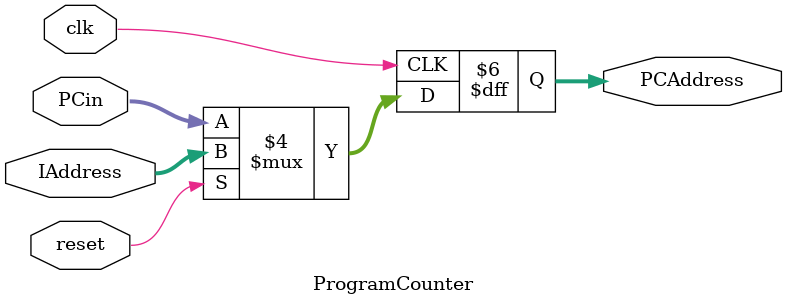
<source format=sv>
module ProgramCounter(
  input clk, 
  input reset,
  input [31:0] PCin,
  input [31:0] IAddress,
  output reg [31:0] PCAddress 
);
  
 always @(posedge clk) begin
    if (reset == 1'b1) 
      // Cuando se activa el reset, establece Address en 0
      begin
        PCAddress = IAddress;
        $display("Se activo el reset");
      end
    else 
      // En otros casos, actualiza Address con la entrada in
      begin
        PCAddress = PCin;
        $display("PCAddress: %d", PCAddress);
      end
  end
  
endmodule
</source>
